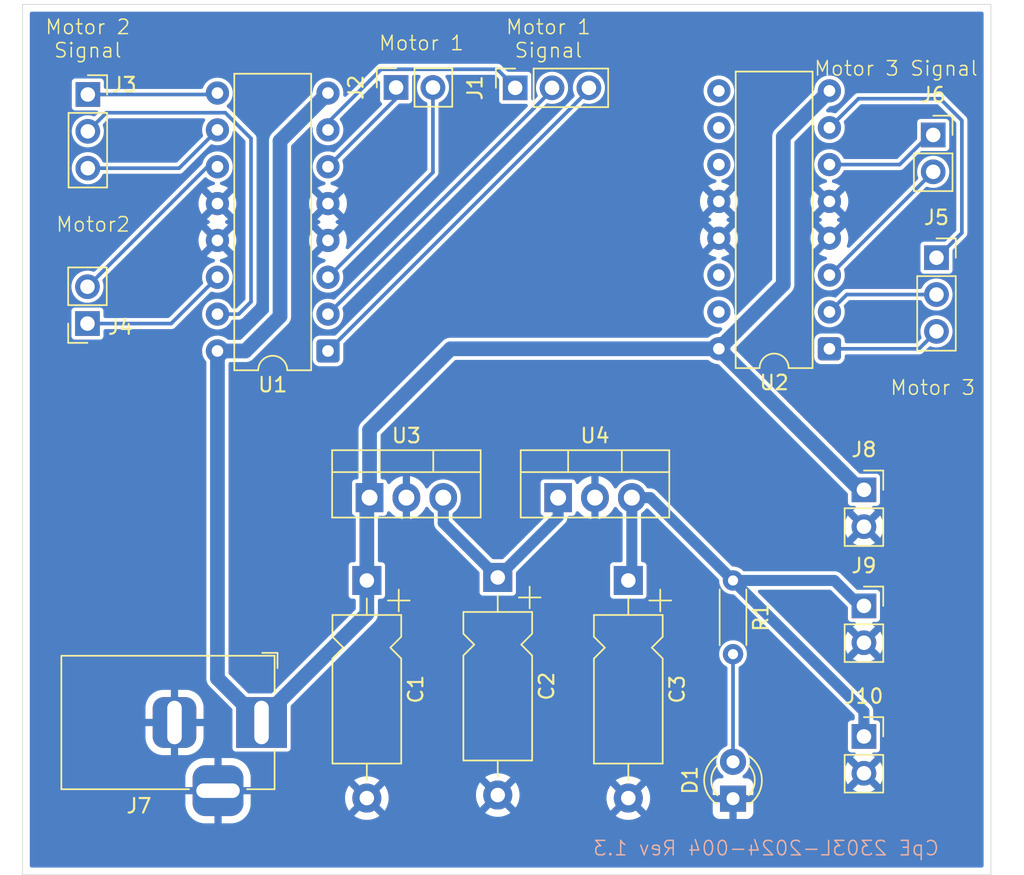
<source format=kicad_pcb>
(kicad_pcb (version 20241229) (generator "pcbnew") (generator_version "9.0")
  (title_block (title "CpE 2303L Practical Activity 3 #1") (date "2025-07-09") (rev "1.3") (company "Chrys Sean T. Sevilla"))
  (layers (0 "F.Cu" signal) (2 "B.Cu" signal) (13 "F.Paste" user) (15 "B.Paste" user) (5 "F.SilkS" user "F.Silkscreen") (7 "B.SilkS" user "B.Silkscreen") (1 "F.Mask" user) (3 "B.Mask" user) (25 "Edge.Cuts" user))
  (net 0 "")
  (net 1 "GND")
  (net 2 "+5V")
  (net 3 "/Motor Driver/11.1V")
  (net 4 "/Motor Driver/PWM1")
  (net 5 "/Motor Driver/BDIRECTION1")
  (net 6 "/Motor Driver/FDIRECTION1")
  (net 7 "/Motor Driver/MOTOR1B")
  (net 8 "/Motor Driver/MOTOR1A")
  (net 9 "/Motor Driver/BDIRECTION2")
  (net 10 "/Motor Driver/FDIRECTION2")
  (net 11 "/Motor Driver/PWM2")
  (net 12 "/Motor Driver/MOTOR2B")
  (net 13 "/Motor Driver/MOTOR2A")
  (net 14 "/Motor Driver/BDIRECTION3")
  (net 15 "/Motor Driver/PWM3")
  (net 16 "/Motor Driver/FDIRECTION3")
  (net 17 "/Motor Driver/MOTOR3B")
  (net 18 "/Motor Driver/MOTOR3A")
  (net 24 "/Power Supply/7809 Output")
  (net 25 "/Power Supply/LED")
  (footprint "Connector_PinSocket_2.54mm:PinSocket_1x03_P2.54mm_Vertical" (layer "F.Cu") (at 102.5 76.21)
    (property "Reference" "J3" (at 2.5 -0.67 0) (layer "F.SilkS"))
    (property "Value" "MOTOR2 SIGNAL")
    (fp_line (start -1.33 1.27) (end -1.33 6.41) (stroke (width 0.12)) (layer "F.SilkS"))
    (fp_line (start -1.33 1.27) (end 1.33 1.27) (stroke (width 0.12)) (layer "F.SilkS"))
    (fp_line (start -1.33 6.41) (end 1.33 6.41) (stroke (width 0.12)) (layer "F.SilkS"))
    (fp_line (start 0 -1.33) (end 1.33 -1.33) (stroke (width 0.12)) (layer "F.SilkS"))
    (fp_line (start 1.33 -1.33) (end 1.33 0) (stroke (width 0.12)) (layer "F.SilkS"))
    (fp_line (start 1.33 1.27) (end 1.33 6.41) (stroke (width 0.12)) (layer "F.SilkS"))
    (pad "1" thru_hole rect (at 0 0) (size 1.7 1.7) (drill 1) (layers "*.Cu" "*.Mask") (net 11 "/Motor Driver/PWM2"))
    (pad "2" thru_hole circle (at 0 2.54) (size 1.7 1.7) (drill 1) (layers "*.Cu" "*.Mask") (net 10 "/Motor Driver/FDIRECTION2"))
    (pad "3" thru_hole circle (at 0 5.08) (size 1.7 1.7) (drill 1) (layers "*.Cu" "*.Mask") (net 9 "/Motor Driver/BDIRECTION2"))
  )
  (footprint "Connector_BarrelJack:BarrelJack_Horizontal" (layer "F.Cu") (at 114.475 119.5)
    (property "Reference" "J7" (at -8.45 5.75 0) (layer "F.SilkS"))
    (property "Value" "Barrel_Jack_Switch")
    (fp_line (start -13.8 -4.6) (end 0.9 -4.6) (stroke (width 0.12)) (layer "F.SilkS"))
    (fp_line (start -13.8 4.6) (end -13.8 -4.6) (stroke (width 0.12)) (layer "F.SilkS"))
    (fp_line (start -5 4.6) (end -13.8 4.6) (stroke (width 0.12)) (layer "F.SilkS"))
    (fp_line (start 0.05 -4.8) (end 1.1 -4.8) (stroke (width 0.12)) (layer "F.SilkS"))
    (fp_line (start 0.9 -4.6) (end 0.9 -2) (stroke (width 0.12)) (layer "F.SilkS"))
    (fp_line (start 0.9 1.9) (end 0.9 4.6) (stroke (width 0.12)) (layer "F.SilkS"))
    (fp_line (start 0.9 4.6) (end -1 4.6) (stroke (width 0.12)) (layer "F.SilkS"))
    (fp_line (start 1.1 -3.75) (end 1.1 -4.8) (stroke (width 0.12)) (layer "F.SilkS"))
    (pad "1" thru_hole rect (at 0 0) (size 3.5 3.5) (drill oval 1 3) (layers "*.Cu" "*.Mask") (net 3 "/Motor Driver/11.1V"))
    (pad "2" thru_hole roundrect (at -6 0) (size 3 3.5) (drill oval 1 3) (layers "*.Cu" "*.Mask") (net 1 "GND"))
    (pad "3" thru_hole roundrect (at -3 4.7) (size 3.5 3.5) (drill oval 3 1) (layers "*.Cu" "*.Mask") (net 1 "GND"))
  )
  (footprint "Resistor_THT:R_Axial_DIN0204_L3.6mm_D1.6mm_P5.08mm_Horizontal" (layer "F.Cu") (at 146.975 109.71 -90)
    (property "Reference" "R1" (at 2.54 -1.92 90) (layer "F.SilkS"))
    (property "Value" "180")
    (fp_line (start 0.62 0.92) (end 4.46 0.92) (stroke (width 0.12)) (layer "F.SilkS"))
    (fp_line (start 0.62 -0.92) (end 4.46 -0.92) (stroke (width 0.12)) (layer "F.SilkS"))
    (pad "1" thru_hole circle (at 0 0 270) (size 1.4 1.4) (drill 0.7) (layers "*.Cu" "*.Mask") (net 2 "+5V"))
    (pad "2" thru_hole oval (at 5.08 0 270) (size 1.4 1.4) (drill 0.7) (layers "*.Cu" "*.Mask") (net 25 "/Power Supply/LED"))
  )
  (footprint "Capacitor_THT:CP_Axial_L10.0mm_D4.5mm_P15.00mm_Horizontal" (layer "F.Cu") (at 121.7325 109.71 -90)
    (property "Reference" "C1" (at 7.5 -3.37 90) (layer "F.SilkS"))
    (property "Value" "470uF")
    (fp_line (start 2.38 2.37) (end 3.88 2.37) (stroke (width 0.12)) (layer "F.SilkS"))
    (fp_line (start 3.88 2.37) (end 4.63 1.62) (stroke (width 0.12)) (layer "F.SilkS"))
    (fp_line (start 5.38 2.37) (end 12.62 2.37) (stroke (width 0.12)) (layer "F.SilkS"))
    (fp_line (start 4.63 1.62) (end 5.38 2.37) (stroke (width 0.12)) (layer "F.SilkS"))
    (fp_line (start 1.24 0) (end 2.38 0) (stroke (width 0.12)) (layer "F.SilkS"))
    (fp_line (start 13.76 0) (end 12.62 0) (stroke (width 0.12)) (layer "F.SilkS"))
    (fp_line (start 4.63 -1.62) (end 5.38 -2.37) (stroke (width 0.12)) (layer "F.SilkS"))
    (fp_line (start 0.63 -2.2) (end 2.13 -2.2) (stroke (width 0.12)) (layer "F.SilkS"))
    (fp_line (start 2.38 -2.37) (end 2.38 2.37) (stroke (width 0.12)) (layer "F.SilkS"))
    (fp_line (start 2.38 -2.37) (end 3.88 -2.37) (stroke (width 0.12)) (layer "F.SilkS"))
    (fp_line (start 3.88 -2.37) (end 4.63 -1.62) (stroke (width 0.12)) (layer "F.SilkS"))
    (fp_line (start 5.38 -2.37) (end 12.62 -2.37) (stroke (width 0.12)) (layer "F.SilkS"))
    (fp_line (start 12.62 -2.37) (end 12.62 2.37) (stroke (width 0.12)) (layer "F.SilkS"))
    (fp_line (start 1.38 -2.95) (end 1.38 -1.45) (stroke (width 0.12)) (layer "F.SilkS"))
    (pad "1" thru_hole rect (at 0 0 270) (size 2 2) (drill 1) (layers "*.Cu" "*.Mask") (net 3 "/Motor Driver/11.1V"))
    (pad "2" thru_hole circle (at 15 0 270) (size 2 2) (drill 1) (layers "*.Cu" "*.Mask") (net 1 "GND"))
  )
  (footprint "Connector_PinSocket_2.54mm:PinSocket_1x02_P2.54mm_Vertical" (layer "F.Cu") (at 156 111.46)
    (property "Reference" "J9" (at 0 -2.77 0) (layer "F.SilkS"))
    (property "Value" "5V OUTPUT")
    (fp_line (start -1.33 1.27) (end -1.33 3.87) (stroke (width 0.12)) (layer "F.SilkS"))
    (fp_line (start -1.33 1.27) (end 1.33 1.27) (stroke (width 0.12)) (layer "F.SilkS"))
    (fp_line (start -1.33 3.87) (end 1.33 3.87) (stroke (width 0.12)) (layer "F.SilkS"))
    (fp_line (start 0 -1.33) (end 1.33 -1.33) (stroke (width 0.12)) (layer "F.SilkS"))
    (fp_line (start 1.33 -1.33) (end 1.33 0) (stroke (width 0.12)) (layer "F.SilkS"))
    (fp_line (start 1.33 1.27) (end 1.33 3.87) (stroke (width 0.12)) (layer "F.SilkS"))
    (pad "1" thru_hole rect (at 0 0) (size 1.7 1.7) (drill 1) (layers "*.Cu" "*.Mask") (net 2 "+5V"))
    (pad "2" thru_hole circle (at 0 2.54) (size 1.7 1.7) (drill 1) (layers "*.Cu" "*.Mask") (net 1 "GND"))
  )
  (footprint "Connector_PinSocket_2.54mm:PinSocket_1x03_P2.54mm_Vertical" (layer "F.Cu") (at 161 87.46)
    (property "Reference" "J5" (at 0 -2.77 0) (layer "F.SilkS"))
    (property "Value" "MOTOR3 SIGNAL")
    (fp_line (start -1.33 1.27) (end -1.33 6.41) (stroke (width 0.12)) (layer "F.SilkS"))
    (fp_line (start -1.33 1.27) (end 1.33 1.27) (stroke (width 0.12)) (layer "F.SilkS"))
    (fp_line (start -1.33 6.41) (end 1.33 6.41) (stroke (width 0.12)) (layer "F.SilkS"))
    (fp_line (start 0 -1.33) (end 1.33 -1.33) (stroke (width 0.12)) (layer "F.SilkS"))
    (fp_line (start 1.33 -1.33) (end 1.33 0) (stroke (width 0.12)) (layer "F.SilkS"))
    (fp_line (start 1.33 1.27) (end 1.33 6.41) (stroke (width 0.12)) (layer "F.SilkS"))
    (pad "1" thru_hole rect (at 0 0) (size 1.7 1.7) (drill 1) (layers "*.Cu" "*.Mask") (net 14 "/Motor Driver/BDIRECTION3"))
    (pad "2" thru_hole circle (at 0 2.54) (size 1.7 1.7) (drill 1) (layers "*.Cu" "*.Mask") (net 16 "/Motor Driver/FDIRECTION3"))
    (pad "3" thru_hole circle (at 0 5.08) (size 1.7 1.7) (drill 1) (layers "*.Cu" "*.Mask") (net 15 "/Motor Driver/PWM3"))
  )
  (footprint "Connector_PinSocket_2.54mm:PinSocket_1x02_P2.54mm_Vertical" (layer "F.Cu") (at 123.75 75.725 90)
    (property "Reference" "J2" (at 0 -2.77 90) (layer "F.SilkS"))
    (property "Value" "MOTOR1")
    (fp_line (start 1.33 -1.33) (end 1.33 0) (stroke (width 0.12)) (layer "F.SilkS"))
    (fp_line (start 0 -1.33) (end 1.33 -1.33) (stroke (width 0.12)) (layer "F.SilkS"))
    (fp_line (start 1.33 1.27) (end 1.33 3.87) (stroke (width 0.12)) (layer "F.SilkS"))
    (fp_line (start -1.33 1.27) (end 1.33 1.27) (stroke (width 0.12)) (layer "F.SilkS"))
    (fp_line (start -1.33 1.27) (end -1.33 3.87) (stroke (width 0.12)) (layer "F.SilkS"))
    (fp_line (start -1.33 3.87) (end 1.33 3.87) (stroke (width 0.12)) (layer "F.SilkS"))
    (pad "1" thru_hole rect (at 0 0 90) (size 1.7 1.7) (drill 1) (layers "*.Cu" "*.Mask") (net 7 "/Motor Driver/MOTOR1B"))
    (pad "2" thru_hole circle (at 0 2.54 90) (size 1.7 1.7) (drill 1) (layers "*.Cu" "*.Mask") (net 8 "/Motor Driver/MOTOR1A"))
  )
  (footprint "Capacitor_THT:CP_Axial_L10.0mm_D4.5mm_P15.00mm_Horizontal" (layer "F.Cu") (at 130.7575 109.5 -90)
    (property "Reference" "C2" (at 7.5 -3.37 90) (layer "F.SilkS"))
    (property "Value" "0.1uF")
    (fp_line (start 2.38 2.37) (end 3.88 2.37) (stroke (width 0.12)) (layer "F.SilkS"))
    (fp_line (start 3.88 2.37) (end 4.63 1.62) (stroke (width 0.12)) (layer "F.SilkS"))
    (fp_line (start 5.38 2.37) (end 12.62 2.37) (stroke (width 0.12)) (layer "F.SilkS"))
    (fp_line (start 4.63 1.62) (end 5.38 2.37) (stroke (width 0.12)) (layer "F.SilkS"))
    (fp_line (start 1.24 0) (end 2.38 0) (stroke (width 0.12)) (layer "F.SilkS"))
    (fp_line (start 13.76 0) (end 12.62 0) (stroke (width 0.12)) (layer "F.SilkS"))
    (fp_line (start 4.63 -1.62) (end 5.38 -2.37) (stroke (width 0.12)) (layer "F.SilkS"))
    (fp_line (start 0.63 -2.2) (end 2.13 -2.2) (stroke (width 0.12)) (layer "F.SilkS"))
    (fp_line (start 2.38 -2.37) (end 2.38 2.37) (stroke (width 0.12)) (layer "F.SilkS"))
    (fp_line (start 2.38 -2.37) (end 3.88 -2.37) (stroke (width 0.12)) (layer "F.SilkS"))
    (fp_line (start 3.88 -2.37) (end 4.63 -1.62) (stroke (width 0.12)) (layer "F.SilkS"))
    (fp_line (start 5.38 -2.37) (end 12.62 -2.37) (stroke (width 0.12)) (layer "F.SilkS"))
    (fp_line (start 12.62 -2.37) (end 12.62 2.37) (stroke (width 0.12)) (layer "F.SilkS"))
    (fp_line (start 1.38 -2.95) (end 1.38 -1.45) (stroke (width 0.12)) (layer "F.SilkS"))
    (pad "1" thru_hole rect (at 0 0 270) (size 2 2) (drill 1) (layers "*.Cu" "*.Mask") (net 24 "/Power Supply/7809 Output"))
    (pad "2" thru_hole circle (at 15 0 270) (size 2 2) (drill 1) (layers "*.Cu" "*.Mask") (net 1 "GND"))
  )
  (footprint "Package_DIP:DIP-16_W7.62mm" (layer "F.Cu") (at 153.62 93.74 180)
    (property "Reference" "U2" (at 3.81 -2.33 0) (layer "F.SilkS"))
    (property "Value" "L293D")
    (fp_line (start 6.46 19.11) (end 6.46 -1.33) (stroke (width 0.12)) (layer "F.SilkS"))
    (fp_line (start 6.46 -1.33) (end 4.81 -1.33) (stroke (width 0.12)) (layer "F.SilkS"))
    (fp_line (start 2.81 -1.33) (end 1.16 -1.33) (stroke (width 0.12)) (layer "F.SilkS"))
    (fp_line (start 1.16 19.11) (end 6.46 19.11) (stroke (width 0.12)) (layer "F.SilkS"))
    (fp_line (start 1.16 -1.33) (end 1.16 19.11) (stroke (width 0.12)) (layer "F.SilkS"))
    (fp_arc (start 4.81 -1.33) (mid 3.81 -0.33) (end 2.81 -1.33) (stroke (width 0.12)) (layer "F.SilkS"))
    (pad "1" thru_hole roundrect (at 0 0 180) (size 1.6 1.6) (drill 0.8) (layers "*.Cu" "*.Mask") (roundrect_rratio 0.15625) (net 15 "/Motor Driver/PWM3"))
    (pad "2" thru_hole circle (at 0 2.54 180) (size 1.6 1.6) (drill 0.8) (layers "*.Cu" "*.Mask") (net 16 "/Motor Driver/FDIRECTION3"))
    (pad "3" thru_hole circle (at 0 5.08 180) (size 1.6 1.6) (drill 0.8) (layers "*.Cu" "*.Mask") (net 18 "/Motor Driver/MOTOR3A"))
    (pad "4" thru_hole circle (at 0 7.62 180) (size 1.6 1.6) (drill 0.8) (layers "*.Cu" "*.Mask") (net 1 "GND"))
    (pad "5" thru_hole circle (at 0 10.16 180) (size 1.6 1.6) (drill 0.8) (layers "*.Cu" "*.Mask") (net 1 "GND"))
    (pad "6" thru_hole circle (at 0 12.7 180) (size 1.6 1.6) (drill 0.8) (layers "*.Cu" "*.Mask") (net 17 "/Motor Driver/MOTOR3B"))
    (pad "7" thru_hole circle (at 0 15.24 180) (size 1.6 1.6) (drill 0.8) (layers "*.Cu" "*.Mask") (net 14 "/Motor Driver/BDIRECTION3"))
    (pad "8" thru_hole circle (at 0 17.78 180) (size 1.6 1.6) (drill 0.8) (layers "*.Cu" "*.Mask") (net 3 "/Motor Driver/11.1V"))
    (pad "9" thru_hole circle (at 7.62 17.78 180) (size 1.6 1.6) (drill 0.8) (layers "*.Cu" "*.Mask"))
    (pad "10" thru_hole circle (at 7.62 15.24 180) (size 1.6 1.6) (drill 0.8) (layers "*.Cu" "*.Mask"))
    (pad "11" thru_hole circle (at 7.62 12.7 180) (size 1.6 1.6) (drill 0.8) (layers "*.Cu" "*.Mask"))
    (pad "12" thru_hole circle (at 7.62 10.16 180) (size 1.6 1.6) (drill 0.8) (layers "*.Cu" "*.Mask") (net 1 "GND"))
    (pad "13" thru_hole circle (at 7.62 7.62 180) (size 1.6 1.6) (drill 0.8) (layers "*.Cu" "*.Mask") (net 1 "GND"))
    (pad "14" thru_hole circle (at 7.62 5.08 180) (size 1.6 1.6) (drill 0.8) (layers "*.Cu" "*.Mask"))
    (pad "15" thru_hole circle (at 7.62 2.54 180) (size 1.6 1.6) (drill 0.8) (layers "*.Cu" "*.Mask"))
    (pad "16" thru_hole circle (at 7.62 0 180) (size 1.6 1.6) (drill 0.8) (layers "*.Cu" "*.Mask") (net 3 "/Motor Driver/11.1V"))
  )
  (footprint "Package_TO_SOT_THT:TO-220-3_Vertical" (layer "F.Cu") (at 134.92 104)
    (property "Reference" "U4" (at 2.54 -4.27 0) (layer "F.SilkS"))
    (property "Value" "LM7805_TO220")
    (fp_line (start -2.58 -3.27) (end -2.58 1.371) (stroke (width 0.12)) (layer "F.SilkS"))
    (fp_line (start -2.58 -3.27) (end 7.66 -3.27) (stroke (width 0.12)) (layer "F.SilkS"))
    (fp_line (start -2.58 -1.76) (end 7.66 -1.76) (stroke (width 0.12)) (layer "F.SilkS"))
    (fp_line (start -2.58 1.371) (end 7.66 1.371) (stroke (width 0.12)) (layer "F.SilkS"))
    (fp_line (start 0.69 -3.27) (end 0.69 -1.76) (stroke (width 0.12)) (layer "F.SilkS"))
    (fp_line (start 4.391 -3.27) (end 4.391 -1.76) (stroke (width 0.12)) (layer "F.SilkS"))
    (fp_line (start 7.66 -3.27) (end 7.66 1.371) (stroke (width 0.12)) (layer "F.SilkS"))
    (pad "1" thru_hole rect (at 0 0) (size 1.905 2) (drill 1.1) (layers "*.Cu" "*.Mask") (net 24 "/Power Supply/7809 Output"))
    (pad "2" thru_hole oval (at 2.54 0) (size 1.905 2) (drill 1.1) (layers "*.Cu" "*.Mask") (net 1 "GND"))
    (pad "3" thru_hole oval (at 5.08 0) (size 1.905 2) (drill 1.1) (layers "*.Cu" "*.Mask") (net 2 "+5V"))
  )
  (footprint "Connector_PinSocket_2.54mm:PinSocket_1x02_P2.54mm_Vertical" (layer "F.Cu") (at 160.775 79)
    (property "Reference" "J6" (at 0 -2.77 0) (layer "F.SilkS"))
    (property "Value" "MOTOR3")
    (fp_line (start -1.33 1.27) (end -1.33 3.87) (stroke (width 0.12)) (layer "F.SilkS"))
    (fp_line (start -1.33 1.27) (end 1.33 1.27) (stroke (width 0.12)) (layer "F.SilkS"))
    (fp_line (start -1.33 3.87) (end 1.33 3.87) (stroke (width 0.12)) (layer "F.SilkS"))
    (fp_line (start 0 -1.33) (end 1.33 -1.33) (stroke (width 0.12)) (layer "F.SilkS"))
    (fp_line (start 1.33 -1.33) (end 1.33 0) (stroke (width 0.12)) (layer "F.SilkS"))
    (fp_line (start 1.33 1.27) (end 1.33 3.87) (stroke (width 0.12)) (layer "F.SilkS"))
    (pad "1" thru_hole rect (at 0 0) (size 1.7 1.7) (drill 1) (layers "*.Cu" "*.Mask") (net 17 "/Motor Driver/MOTOR3B"))
    (pad "2" thru_hole circle (at 0 2.54) (size 1.7 1.7) (drill 1) (layers "*.Cu" "*.Mask") (net 18 "/Motor Driver/MOTOR3A"))
  )
  (footprint "Connector_PinSocket_2.54mm:PinSocket_1x02_P2.54mm_Vertical" (layer "F.Cu") (at 156 103.46)
    (property "Reference" "J8" (at 0 -2.77 0) (layer "F.SilkS"))
    (property "Value" "11.1 V OUTPUT")
    (fp_line (start -1.33 1.27) (end -1.33 3.87) (stroke (width 0.12)) (layer "F.SilkS"))
    (fp_line (start -1.33 1.27) (end 1.33 1.27) (stroke (width 0.12)) (layer "F.SilkS"))
    (fp_line (start -1.33 3.87) (end 1.33 3.87) (stroke (width 0.12)) (layer "F.SilkS"))
    (fp_line (start 0 -1.33) (end 1.33 -1.33) (stroke (width 0.12)) (layer "F.SilkS"))
    (fp_line (start 1.33 -1.33) (end 1.33 0) (stroke (width 0.12)) (layer "F.SilkS"))
    (fp_line (start 1.33 1.27) (end 1.33 3.87) (stroke (width 0.12)) (layer "F.SilkS"))
    (pad "1" thru_hole rect (at 0 0) (size 1.7 1.7) (drill 1) (layers "*.Cu" "*.Mask") (net 3 "/Motor Driver/11.1V"))
    (pad "2" thru_hole circle (at 0 2.54) (size 1.7 1.7) (drill 1) (layers "*.Cu" "*.Mask") (net 1 "GND"))
  )
  (footprint "Package_TO_SOT_THT:TO-220-3_Vertical" (layer "F.Cu") (at 121.92 104)
    (property "Reference" "U3" (at 2.54 -4.27 0) (layer "F.SilkS"))
    (property "Value" "LM7809_TO220")
    (fp_line (start -2.58 -3.27) (end -2.58 1.371) (stroke (width 0.12)) (layer "F.SilkS"))
    (fp_line (start -2.58 -3.27) (end 7.66 -3.27) (stroke (width 0.12)) (layer "F.SilkS"))
    (fp_line (start -2.58 -1.76) (end 7.66 -1.76) (stroke (width 0.12)) (layer "F.SilkS"))
    (fp_line (start -2.58 1.371) (end 7.66 1.371) (stroke (width 0.12)) (layer "F.SilkS"))
    (fp_line (start 0.69 -3.27) (end 0.69 -1.76) (stroke (width 0.12)) (layer "F.SilkS"))
    (fp_line (start 4.391 -3.27) (end 4.391 -1.76) (stroke (width 0.12)) (layer "F.SilkS"))
    (fp_line (start 7.66 -3.27) (end 7.66 1.371) (stroke (width 0.12)) (layer "F.SilkS"))
    (pad "1" thru_hole rect (at 0 0) (size 1.905 2) (drill 1.1) (layers "*.Cu" "*.Mask") (net 3 "/Motor Driver/11.1V"))
    (pad "2" thru_hole oval (at 2.54 0) (size 1.905 2) (drill 1.1) (layers "*.Cu" "*.Mask") (net 1 "GND"))
    (pad "3" thru_hole oval (at 5.08 0) (size 1.905 2) (drill 1.1) (layers "*.Cu" "*.Mask") (net 24 "/Power Supply/7809 Output"))
  )
  (footprint "Connector_PinSocket_2.54mm:PinSocket_1x03_P2.54mm_Vertical" (layer "F.Cu") (at 131.96 75.75 90)
    (property "Reference" "J1" (at 0 -2.77 90) (layer "F.SilkS"))
    (property "Value" "MOTOR1 SIGNAL")
    (fp_line (start 1.33 -1.33) (end 1.33 0) (stroke (width 0.12)) (layer "F.SilkS"))
    (fp_line (start 0 -1.33) (end 1.33 -1.33) (stroke (width 0.12)) (layer "F.SilkS"))
    (fp_line (start 1.33 1.27) (end 1.33 6.41) (stroke (width 0.12)) (layer "F.SilkS"))
    (fp_line (start -1.33 1.27) (end 1.33 1.27) (stroke (width 0.12)) (layer "F.SilkS"))
    (fp_line (start -1.33 1.27) (end -1.33 6.41) (stroke (width 0.12)) (layer "F.SilkS"))
    (fp_line (start -1.33 6.41) (end 1.33 6.41) (stroke (width 0.12)) (layer "F.SilkS"))
    (pad "1" thru_hole rect (at 0 0 90) (size 1.7 1.7) (drill 1) (layers "*.Cu" "*.Mask") (net 5 "/Motor Driver/BDIRECTION1"))
    (pad "2" thru_hole circle (at 0 2.54 90) (size 1.7 1.7) (drill 1) (layers "*.Cu" "*.Mask") (net 6 "/Motor Driver/FDIRECTION1"))
    (pad "3" thru_hole circle (at 0 5.08 90) (size 1.7 1.7) (drill 1) (layers "*.Cu" "*.Mask") (net 4 "/Motor Driver/PWM1"))
  )
  (footprint "Capacitor_THT:CP_Axial_L10.0mm_D4.5mm_P15.00mm_Horizontal" (layer "F.Cu") (at 139.7575 109.71 -90)
    (property "Reference" "C3" (at 7.5 -3.37 90) (layer "F.SilkS"))
    (property "Value" "0.1uF")
    (fp_line (start 2.38 2.37) (end 3.88 2.37) (stroke (width 0.12)) (layer "F.SilkS"))
    (fp_line (start 3.88 2.37) (end 4.63 1.62) (stroke (width 0.12)) (layer "F.SilkS"))
    (fp_line (start 5.38 2.37) (end 12.62 2.37) (stroke (width 0.12)) (layer "F.SilkS"))
    (fp_line (start 4.63 1.62) (end 5.38 2.37) (stroke (width 0.12)) (layer "F.SilkS"))
    (fp_line (start 1.24 0) (end 2.38 0) (stroke (width 0.12)) (layer "F.SilkS"))
    (fp_line (start 13.76 0) (end 12.62 0) (stroke (width 0.12)) (layer "F.SilkS"))
    (fp_line (start 4.63 -1.62) (end 5.38 -2.37) (stroke (width 0.12)) (layer "F.SilkS"))
    (fp_line (start 0.63 -2.2) (end 2.13 -2.2) (stroke (width 0.12)) (layer "F.SilkS"))
    (fp_line (start 2.38 -2.37) (end 2.38 2.37) (stroke (width 0.12)) (layer "F.SilkS"))
    (fp_line (start 2.38 -2.37) (end 3.88 -2.37) (stroke (width 0.12)) (layer "F.SilkS"))
    (fp_line (start 3.88 -2.37) (end 4.63 -1.62) (stroke (width 0.12)) (layer "F.SilkS"))
    (fp_line (start 5.38 -2.37) (end 12.62 -2.37) (stroke (width 0.12)) (layer "F.SilkS"))
    (fp_line (start 12.62 -2.37) (end 12.62 2.37) (stroke (width 0.12)) (layer "F.SilkS"))
    (fp_line (start 1.38 -2.95) (end 1.38 -1.45) (stroke (width 0.12)) (layer "F.SilkS"))
    (pad "1" thru_hole rect (at 0 0 270) (size 2 2) (drill 1) (layers "*.Cu" "*.Mask") (net 2 "+5V"))
    (pad "2" thru_hole circle (at 15 0 270) (size 2 2) (drill 1) (layers "*.Cu" "*.Mask") (net 1 "GND"))
  )
  (footprint "Connector_PinSocket_2.54mm:PinSocket_1x02_P2.54mm_Vertical" (layer "F.Cu") (at 156 120.46)
    (property "Reference" "J10" (at 0 -2.77 0) (layer "F.SilkS"))
    (property "Value" "5V OUTPUT")
    (fp_line (start -1.33 1.27) (end -1.33 3.87) (stroke (width 0.12)) (layer "F.SilkS"))
    (fp_line (start -1.33 1.27) (end 1.33 1.27) (stroke (width 0.12)) (layer "F.SilkS"))
    (fp_line (start -1.33 3.87) (end 1.33 3.87) (stroke (width 0.12)) (layer "F.SilkS"))
    (fp_line (start 0 -1.33) (end 1.33 -1.33) (stroke (width 0.12)) (layer "F.SilkS"))
    (fp_line (start 1.33 -1.33) (end 1.33 0) (stroke (width 0.12)) (layer "F.SilkS"))
    (fp_line (start 1.33 1.27) (end 1.33 3.87) (stroke (width 0.12)) (layer "F.SilkS"))
    (pad "1" thru_hole rect (at 0 0) (size 1.7 1.7) (drill 1) (layers "*.Cu" "*.Mask") (net 2 "+5V"))
    (pad "2" thru_hole circle (at 0 2.54) (size 1.7 1.7) (drill 1) (layers "*.Cu" "*.Mask") (net 1 "GND"))
  )
  (footprint "Package_DIP:DIP-16_W7.62mm" (layer "F.Cu") (at 119.055 93.89 180)
    (property "Reference" "U1" (at 3.81 -2.33 0) (layer "F.SilkS"))
    (property "Value" "L293D")
    (fp_line (start 6.46 19.11) (end 6.46 -1.33) (stroke (width 0.12)) (layer "F.SilkS"))
    (fp_line (start 6.46 -1.33) (end 4.81 -1.33) (stroke (width 0.12)) (layer "F.SilkS"))
    (fp_line (start 2.81 -1.33) (end 1.16 -1.33) (stroke (width 0.12)) (layer "F.SilkS"))
    (fp_line (start 1.16 19.11) (end 6.46 19.11) (stroke (width 0.12)) (layer "F.SilkS"))
    (fp_line (start 1.16 -1.33) (end 1.16 19.11) (stroke (width 0.12)) (layer "F.SilkS"))
    (fp_arc (start 4.81 -1.33) (mid 3.81 -0.33) (end 2.81 -1.33) (stroke (width 0.12)) (layer "F.SilkS"))
    (pad "1" thru_hole roundrect (at 0 0 180) (size 1.6 1.6) (drill 0.8) (layers "*.Cu" "*.Mask") (roundrect_rratio 0.15625) (net 4 "/Motor Driver/PWM1"))
    (pad "2" thru_hole circle (at 0 2.54 180) (size 1.6 1.6) (drill 0.8) (layers "*.Cu" "*.Mask") (net 6 "/Motor Driver/FDIRECTION1"))
    (pad "3" thru_hole circle (at 0 5.08 180) (size 1.6 1.6) (drill 0.8) (layers "*.Cu" "*.Mask") (net 8 "/Motor Driver/MOTOR1A"))
    (pad "4" thru_hole circle (at 0 7.62 180) (size 1.6 1.6) (drill 0.8) (layers "*.Cu" "*.Mask") (net 1 "GND"))
    (pad "5" thru_hole circle (at 0 10.16 180) (size 1.6 1.6) (drill 0.8) (layers "*.Cu" "*.Mask") (net 1 "GND"))
    (pad "6" thru_hole circle (at 0 12.7 180) (size 1.6 1.6) (drill 0.8) (layers "*.Cu" "*.Mask") (net 7 "/Motor Driver/MOTOR1B"))
    (pad "7" thru_hole circle (at 0 15.24 180) (size 1.6 1.6) (drill 0.8) (layers "*.Cu" "*.Mask") (net 5 "/Motor Driver/BDIRECTION1"))
    (pad "8" thru_hole circle (at 0 17.78 180) (size 1.6 1.6) (drill 0.8) (layers "*.Cu" "*.Mask") (net 3 "/Motor Driver/11.1V"))
    (pad "9" thru_hole circle (at 7.62 17.78 180) (size 1.6 1.6) (drill 0.8) (layers "*.Cu" "*.Mask") (net 11 "/Motor Driver/PWM2"))
    (pad "10" thru_hole circle (at 7.62 15.24 180) (size 1.6 1.6) (drill 0.8) (layers "*.Cu" "*.Mask") (net 9 "/Motor Driver/BDIRECTION2"))
    (pad "11" thru_hole circle (at 7.62 12.7 180) (size 1.6 1.6) (drill 0.8) (layers "*.Cu" "*.Mask") (net 12 "/Motor Driver/MOTOR2B"))
    (pad "12" thru_hole circle (at 7.62 10.16 180) (size 1.6 1.6) (drill 0.8) (layers "*.Cu" "*.Mask") (net 1 "GND"))
    (pad "13" thru_hole circle (at 7.62 7.62 180) (size 1.6 1.6) (drill 0.8) (layers "*.Cu" "*.Mask") (net 1 "GND"))
    (pad "14" thru_hole circle (at 7.62 5.08 180) (size 1.6 1.6) (drill 0.8) (layers "*.Cu" "*.Mask") (net 13 "/Motor Driver/MOTOR2A"))
    (pad "15" thru_hole circle (at 7.62 2.54 180) (size 1.6 1.6) (drill 0.8) (layers "*.Cu" "*.Mask") (net 10 "/Motor Driver/FDIRECTION2"))
    (pad "16" thru_hole circle (at 7.62 0 180) (size 1.6 1.6) (drill 0.8) (layers "*.Cu" "*.Mask") (net 3 "/Motor Driver/11.1V"))
  )
  (footprint "Connector_PinSocket_2.54mm:PinSocket_1x02_P2.54mm_Vertical" (layer "F.Cu") (at 102.475 92 180)
    (property "Reference" "J4" (at -2.275 -0.25 0) (layer "F.SilkS"))
    (property "Value" "MOTOR2")
    (fp_line (start 1.33 1.27) (end 1.33 3.87) (stroke (width 0.12)) (layer "F.SilkS"))
    (fp_line (start 1.33 -1.33) (end 1.33 0) (stroke (width 0.12)) (layer "F.SilkS"))
    (fp_line (start 0 -1.33) (end 1.33 -1.33) (stroke (width 0.12)) (layer "F.SilkS"))
    (fp_line (start -1.33 3.87) (end 1.33 3.87) (stroke (width 0.12)) (layer "F.SilkS"))
    (fp_line (start -1.33 1.27) (end 1.33 1.27) (stroke (width 0.12)) (layer "F.SilkS"))
    (fp_line (start -1.33 1.27) (end -1.33 3.87) (stroke (width 0.12)) (layer "F.SilkS"))
    (pad "1" thru_hole rect (at 0 0 180) (size 1.7 1.7) (drill 1) (layers "*.Cu" "*.Mask") (net 13 "/Motor Driver/MOTOR2A"))
    (pad "2" thru_hole circle (at 0 2.54 180) (size 1.7 1.7) (drill 1) (layers "*.Cu" "*.Mask") (net 12 "/Motor Driver/MOTOR2B"))
  )
  (footprint "LED_THT:LED_D3.0mm" (layer "F.Cu") (at 146.975 124.75 90)
    (property "Reference" "D1" (at 1.27 -2.96 90) (layer "F.SilkS"))
    (property "Value" "LED")
    (fp_line (start -0.29 -1.236) (end -0.29 -1.08) (stroke (width 0.12)) (layer "F.SilkS"))
    (fp_line (start -0.29 1.08) (end -0.29 1.236) (stroke (width 0.12)) (layer "F.SilkS"))
    (fp_arc (start -0.29 -1.235516) (mid 1.365624 -1.987701) (end 2.941397 -1.080061) (stroke (width 0.12)) (layer "F.SilkS"))
    (fp_arc (start 0.229039 -1.08) (mid 1.269964 -1.5) (end 2.31091 -1.080049) (stroke (width 0.12)) (layer "F.SilkS"))
    (fp_arc (start 2.31091 1.080049) (mid 1.269964 1.5) (end 0.229039 1.08) (stroke (width 0.12)) (layer "F.SilkS"))
    (fp_arc (start 2.941397 1.080061) (mid 1.365624 1.987701) (end -0.29 1.235516) (stroke (width 0.12)) (layer "F.SilkS"))
    (pad "1" thru_hole rect (at 0 0 90) (size 1.8 1.8) (drill 0.9) (layers "*.Cu" "*.Mask") (net 1 "GND"))
    (pad "2" thru_hole circle (at 2.54 0 90) (size 1.8 1.8) (drill 0.9) (layers "*.Cu" "*.Mask") (net 25 "/Power Supply/LED"))
  )
  (gr_rect (start 98 70) (end 164.75 130) (stroke (width 0.05)) (fill no) (layer "Edge.Cuts"))
  (gr_text "Motor 2\nSignal" (at 102.5 73.75 0) (layer "F.SilkS") (effects (font (size 1 1) (thickness 0.1)) (justify bottom)))
  (gr_text "Motor2" (at 100.25 85.75 0) (layer "F.SilkS") (effects (font (size 1 1) (thickness 0.1)) (justify left bottom)))
  (gr_text "Motor 1\nSignal" (at 134.25 73.75 0) (layer "F.SilkS") (effects (font (size 1 1) (thickness 0.1)) (justify bottom)))
  (gr_text "Motor 3" (at 157.75 97 0) (layer "F.SilkS") (effects (font (size 1 1) (thickness 0.1)) (justify left bottom)))
  (gr_text "Motor 1" (at 122.5 73.25 0) (layer "F.SilkS") (effects (font (size 1 1) (thickness 0.1)) (justify left bottom)))
  (gr_text "Motor 3 Signal\n" (at 152.5 75 0) (layer "F.SilkS") (effects (font (size 1 1) (thickness 0.1)) (justify left bottom)))
  (gr_text "CpE 2303L-2024-004 Rev 1.3" (at 161.25 128.75 0) (layer "B.SilkS") (effects (font (size 1 1) (thickness 0.1)) (justify left bottom mirror)))
  (segment (start 155.71 111.46) (end 153.96 109.71) (width 0.762) (layer "B.Cu") (net 2))
  (segment (start 140 104) (end 140 109.4675) (width 0.762) (layer "B.Cu") (net 2))
  (segment (start 156 118.735) (end 146.975 109.71) (width 0.762) (layer "B.Cu") (net 2))
  (segment (start 140 109.4675) (end 139.7575 109.71) (width 0.762) (layer "B.Cu") (net 2))
  (segment (start 156 111.46) (end 155.71 111.46) (width 0.762) (layer "B.Cu") (net 2))
  (segment (start 153.96 109.71) (end 146.975 109.71) (width 0.762) (layer "B.Cu") (net 2))
  (segment (start 156 120.46) (end 156 118.9733) (width 0.762) (layer "B.Cu") (net 2))
  (segment (start 156 120.46) (end 156 118.735) (width 0.762) (layer "B.Cu") (net 2))
  (segment (start 141.265 104) (end 146.975 109.71) (width 0.762) (layer "B.Cu") (net 2))
  (segment (start 156 111.46) (end 156 111.25) (width 0.762) (layer "B.Cu") (net 2))
  (segment (start 140 104) (end 141.265 104) (width 0.762) (layer "B.Cu") (net 2))
  (segment (start 121.92 104) (end 121.92 99.33) (width 1.016) (layer "B.Cu") (net 3))
  (segment (start 146 93.74) (end 127.51 93.74) (width 1.016) (layer "B.Cu") (net 3))
  (segment (start 127.51 93.74) (end 121.92 99.33) (width 1.016) (layer "B.Cu") (net 3))
  (segment (start 121.7325 104.1875) (end 121.92 104) (width 1.016) (layer "B.Cu") (net 3))
  (segment (start 150.441 89.299) (end 150.441 79.139) (width 1.016) (layer "B.Cu") (net 3))
  (segment (start 111.435 116.46) (end 114.475 119.5) (width 1.016) (layer "B.Cu") (net 3))
  (segment (start 150.441 79.139) (end 153.62 75.96) (width 1.016) (layer "B.Cu") (net 3))
  (segment (start 113.36 93.89) (end 111.435 93.89) (width 1.016) (layer "B.Cu") (net 3))
  (segment (start 121.7325 109.71) (end 121.7325 112.0175) (width 1.016) (layer "B.Cu") (net 3))
  (segment (start 111.435 93.89) (end 111.435 116.46) (width 1.016) (layer "B.Cu") (net 3))
  (segment (start 155.72 103.46) (end 156 103.46) (width 1.016) (layer "B.Cu") (net 3))
  (segment (start 115.75 91.5) (end 113.36 93.89) (width 1.016) (layer "B.Cu") (net 3))
  (segment (start 114.475 119.5) (end 114.475 119.275) (width 1.016) (layer "B.Cu") (net 3))
  (segment (start 114.475 119.275) (end 121.7325 112.0175) (width 1.016) (layer "B.Cu") (net 3))
  (segment (start 146 93.74) (end 155.72 103.46) (width 1.016) (layer "B.Cu") (net 3))
  (segment (start 115.75 79.415) (end 115.75 91.5) (width 1.016) (layer "B.Cu") (net 3))
  (segment (start 119.055 76.11) (end 115.75 79.415) (width 1.016) (layer "B.Cu") (net 3))
  (segment (start 146 93.74) (end 150.441 89.299) (width 1.016) (layer "B.Cu") (net 3))
  (segment (start 121.7325 109.71) (end 121.7325 104.1875) (width 1.016) (layer "B.Cu") (net 3))
  (segment (start 137.04 75.75) (end 137.04 75.905) (width 0.254) (layer "B.Cu") (net 4))
  (segment (start 137.04 75.905) (end 119.055 93.89) (width 0.254) (layer "B.Cu") (net 4))
  (segment (start 131.96 75.75) (end 131.96 75.71) (width 0.254) (layer "B.Cu") (net 5))
  (segment (start 122.7193 74.4724) (end 119.055 78.1367) (width 0.254) (layer "B.Cu") (net 5))
  (segment (start 119.055 78.1367) (end 119.055 78.65) (width 0.254) (layer "B.Cu") (net 5))
  (segment (start 130.7224 74.4724) (end 122.7193 74.4724) (width 0.254) (layer "B.Cu") (net 5))
  (segment (start 131.96 75.71) (end 130.7224 74.4724) (width 0.254) (layer "B.Cu") (net 5))
  (segment (start 119.055 91.35) (end 134.5 75.905) (width 0.254) (layer "B.Cu") (net 6))
  (segment (start 134.5 75.905) (end 134.5 75.75) (width 0.254) (layer "B.Cu") (net 6))
  (segment (start 123.75 75.725) (end 123.75 76.495) (width 0.254) (layer "B.Cu") (net 7))
  (segment (start 123.75 76.495) (end 119.055 81.19) (width 0.254) (layer "B.Cu") (net 7))
  (segment (start 126.29 81.575) (end 119.055 88.81) (width 0.254) (layer "B.Cu") (net 8))
  (segment (start 126.29 75.725) (end 126.29 81.575) (width 0.254) (layer "B.Cu") (net 8))
  (segment (start 108.795 81.29) (end 102.5 81.29) (width 0.254) (layer "B.Cu") (net 9))
  (segment (start 111.435 78.65) (end 108.795 81.29) (width 0.254) (layer "B.Cu") (net 9))
  (segment (start 113.75 79.2397) (end 111.9773 77.467) (width 0.254) (layer "B.Cu") (net 10))
  (segment (start 111.435 91.35) (end 112.9 91.35) (width 0.254) (layer "B.Cu") (net 10))
  (segment (start 103.783 77.467) (end 102.5 78.75) (width 0.254) (layer "B.Cu") (net 10))
  (segment (start 113.75 90.5) (end 113.75 79.2397) (width 0.254) (layer "B.Cu") (net 10))
  (segment (start 112.9 91.35) (end 113.75 90.5) (width 0.254) (layer "B.Cu") (net 10))
  (segment (start 111.9773 77.467) (end 103.783 77.467) (width 0.254) (layer "B.Cu") (net 10))
  (segment (start 102.5 76.21) (end 111.335 76.21) (width 0.254) (layer "B.Cu") (net 11))
  (segment (start 111.335 76.21) (end 111.435 76.11) (width 0.254) (layer "B.Cu") (net 11))
  (segment (start 102.475 89.46) (end 110.745 81.19) (width 0.254) (layer "B.Cu") (net 12))
  (segment (start 110.745 81.19) (end 111.435 81.19) (width 0.254) (layer "B.Cu") (net 12))
  (segment (start 108.245 92) (end 102.475 92) (width 0.254) (layer "B.Cu") (net 13))
  (segment (start 111.435 88.81) (end 108.245 92) (width 0.254) (layer "B.Cu") (net 13))
  (segment (start 161 87.46) (end 161.04 87.46) (width 0.254) (layer "B.Cu") (net 14))
  (segment (start 162.75 78) (end 161.25 76.5) (width 0.254) (layer "B.Cu") (net 14))
  (segment (start 161.04 87.46) (end 162.75 85.75) (width 0.254) (layer "B.Cu") (net 14))
  (segment (start 155.62 76.5) (end 153.62 78.5) (width 0.254) (layer "B.Cu") (net 14))
  (segment (start 162.75 85.75) (end 162.75 78) (width 0.254) (layer "B.Cu") (net 14))
  (segment (start 161.25 76.5) (end 155.62 76.5) (width 0.254) (layer "B.Cu") (net 14))
  (segment (start 153.62 93.74) (end 159.8 93.74) (width 0.254) (layer "B.Cu") (net 15))
  (segment (start 159.8 93.74) (end 161 92.54) (width 0.254) (layer "B.Cu") (net 15))
  (segment (start 154.82 90) (end 153.62 91.2) (width 0.254) (layer "B.Cu") (net 16))
  (segment (start 161 90) (end 154.82 90) (width 0.254) (layer "B.Cu") (net 16))
  (segment (start 160.5 79) (end 160.775 79) (width 0.254) (layer "B.Cu") (net 17))
  (segment (start 153.62 81.04) (end 158.46 81.04) (width 0.254) (layer "B.Cu") (net 17))
  (segment (start 158.46 81.04) (end 160.5 79) (width 0.254) (layer "B.Cu") (net 17))
  (segment (start 153.62 88.66) (end 153.655 88.66) (width 0.254) (layer "B.Cu") (net 18))
  (segment (start 153.655 88.66) (end 160.775 81.54) (width 0.254) (layer "B.Cu") (net 18))
  (segment (start 127 104) (end 127 105.7425) (width 0.762) (layer "B.Cu") (net 24))
  (segment (start 127 105.7425) (end 130.7575 109.5) (width 0.762) (layer "B.Cu") (net 24))
  (segment (start 134.92 105.3375) (end 130.7575 109.5) (width 0.762) (layer "B.Cu") (net 24))
  (segment (start 134.92 104) (end 134.92 105.3375) (width 0.762) (layer "B.Cu") (net 24))
  (segment (start 146.975 122.21) (end 146.975 114.79) (width 0.254) (layer "B.Cu") (net 25))
  (zone (net 1) (net_name "GND") (layer "B.Cu") (connect_pads (clearance 0.254)) (min_thickness 0.25) (fill yes (thermal_gap 0.5) (thermal_bridge_width 0.5))
    (polygon (pts (xy 164.75 130) (xy 164.75 70) (xy 98 70) (xy 98 130)))
  )
)
</source>
